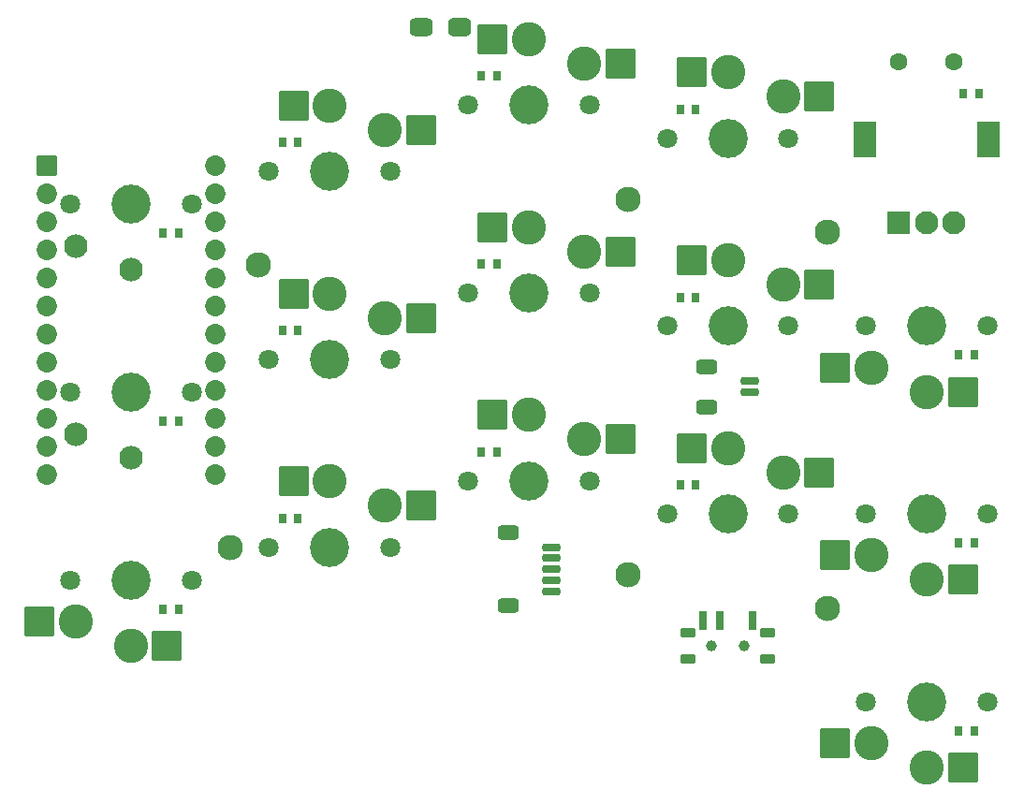
<source format=gbr>
%TF.GenerationSoftware,KiCad,Pcbnew,(7.0.0-0)*%
%TF.CreationDate,2023-02-22T17:52:08+08:00*%
%TF.ProjectId,right,72696768-742e-46b6-9963-61645f706362,v1.0.0*%
%TF.SameCoordinates,Original*%
%TF.FileFunction,Soldermask,Bot*%
%TF.FilePolarity,Negative*%
%FSLAX46Y46*%
G04 Gerber Fmt 4.6, Leading zero omitted, Abs format (unit mm)*
G04 Created by KiCad (PCBNEW (7.0.0-0)) date 2023-02-22 17:52:08*
%MOMM*%
%LPD*%
G01*
G04 APERTURE LIST*
G04 Aperture macros list*
%AMRoundRect*
0 Rectangle with rounded corners*
0 $1 Rounding radius*
0 $2 $3 $4 $5 $6 $7 $8 $9 X,Y pos of 4 corners*
0 Add a 4 corners polygon primitive as box body*
4,1,4,$2,$3,$4,$5,$6,$7,$8,$9,$2,$3,0*
0 Add four circle primitives for the rounded corners*
1,1,$1+$1,$2,$3*
1,1,$1+$1,$4,$5*
1,1,$1+$1,$6,$7*
1,1,$1+$1,$8,$9*
0 Add four rect primitives between the rounded corners*
20,1,$1+$1,$2,$3,$4,$5,0*
20,1,$1+$1,$4,$5,$6,$7,0*
20,1,$1+$1,$6,$7,$8,$9,0*
20,1,$1+$1,$8,$9,$2,$3,0*%
G04 Aperture macros list end*
%ADD10C,3.529000*%
%ADD11C,1.801800*%
%ADD12C,3.100000*%
%ADD13RoundRect,0.050000X-1.300000X-1.300000X1.300000X-1.300000X1.300000X1.300000X-1.300000X1.300000X0*%
%ADD14RoundRect,0.050000X-0.300000X-0.350000X0.300000X-0.350000X0.300000X0.350000X-0.300000X0.350000X0*%
%ADD15RoundRect,0.050000X0.300000X0.350000X-0.300000X0.350000X-0.300000X-0.350000X0.300000X-0.350000X0*%
%ADD16C,2.132000*%
%ADD17RoundRect,0.050000X1.000000X-1.000000X1.000000X1.000000X-1.000000X1.000000X-1.000000X-1.000000X0*%
%ADD18C,2.100000*%
%ADD19C,1.600000*%
%ADD20RoundRect,0.050000X1.000000X-1.600000X1.000000X1.600000X-1.000000X1.600000X-1.000000X-1.600000X0*%
%ADD21C,1.000000*%
%ADD22RoundRect,0.050000X-0.300000X0.762000X-0.300000X-0.762000X0.300000X-0.762000X0.300000X0.762000X0*%
%ADD23RoundRect,0.050000X0.600000X0.350000X-0.600000X0.350000X-0.600000X-0.350000X0.600000X-0.350000X0*%
%ADD24RoundRect,0.431000X0.619000X0.381000X-0.619000X0.381000X-0.619000X-0.381000X0.619000X-0.381000X0*%
%ADD25RoundRect,0.428000X0.622000X0.378000X-0.622000X0.378000X-0.622000X-0.378000X0.622000X-0.378000X0*%
%ADD26RoundRect,0.050000X-0.876300X0.876300X-0.876300X-0.876300X0.876300X-0.876300X0.876300X0.876300X0*%
%ADD27C,1.852600*%
%ADD28RoundRect,0.200000X0.625000X-0.150000X0.625000X0.150000X-0.625000X0.150000X-0.625000X-0.150000X0*%
%ADD29RoundRect,0.300000X0.650000X-0.350000X0.650000X0.350000X-0.650000X0.350000X-0.650000X-0.350000X0*%
%ADD30C,2.300000*%
G04 APERTURE END LIST*
D10*
%TO.C,S1*%
X72000000Y23000000D03*
D11*
X77500000Y23000000D03*
X66500000Y23000000D03*
D12*
X67000000Y19250000D03*
X72000000Y17050000D03*
D13*
X75275000Y17050000D03*
X63725000Y19250000D03*
%TD*%
D14*
%TO.C,D1*%
X74900000Y20400000D03*
X76300000Y20400000D03*
%TD*%
D10*
%TO.C,S2*%
X72000000Y6000000D03*
D11*
X77500000Y6000000D03*
X66500000Y6000000D03*
D12*
X67000000Y2250000D03*
X72000000Y50000D03*
D13*
X75275000Y50000D03*
X63725000Y2250000D03*
%TD*%
D14*
%TO.C,D2*%
X74900000Y3400000D03*
X76300000Y3400000D03*
%TD*%
D10*
%TO.C,S3*%
X72000000Y-11000000D03*
D11*
X77500000Y-11000000D03*
X66500000Y-11000000D03*
D12*
X67000000Y-14750000D03*
X72000000Y-16950000D03*
D13*
X75275000Y-16950000D03*
X63725000Y-14750000D03*
%TD*%
D14*
%TO.C,D3*%
X74900000Y-13600000D03*
X76300000Y-13600000D03*
%TD*%
D10*
%TO.C,S4*%
X54000000Y40000000D03*
D11*
X48500000Y40000000D03*
X59500000Y40000000D03*
D12*
X59000000Y43750000D03*
X54000000Y45950000D03*
D13*
X50725000Y45950000D03*
X62275000Y43750000D03*
%TD*%
D15*
%TO.C,D4*%
X51100000Y42600000D03*
X49700000Y42600000D03*
%TD*%
D10*
%TO.C,S5*%
X54000000Y23000000D03*
D11*
X48500000Y23000000D03*
X59500000Y23000000D03*
D12*
X59000000Y26750000D03*
X54000000Y28950000D03*
D13*
X50725000Y28950000D03*
X62275000Y26750000D03*
%TD*%
D15*
%TO.C,D5*%
X51100000Y25600000D03*
X49700000Y25600000D03*
%TD*%
D10*
%TO.C,S6*%
X54000000Y6000000D03*
D11*
X48500000Y6000000D03*
X59500000Y6000000D03*
D12*
X59000000Y9750000D03*
X54000000Y11950000D03*
D13*
X50725000Y11950000D03*
X62275000Y9750000D03*
%TD*%
D15*
%TO.C,D6*%
X51100000Y8600000D03*
X49700000Y8600000D03*
%TD*%
D10*
%TO.C,S7*%
X36000000Y43000000D03*
D11*
X30500000Y43000000D03*
X41500000Y43000000D03*
D12*
X41000000Y46750000D03*
X36000000Y48950000D03*
D13*
X32725000Y48950000D03*
X44275000Y46750000D03*
%TD*%
D15*
%TO.C,D7*%
X33100000Y45600000D03*
X31700000Y45600000D03*
%TD*%
D10*
%TO.C,S8*%
X36000000Y26000000D03*
D11*
X30500000Y26000000D03*
X41500000Y26000000D03*
D12*
X41000000Y29750000D03*
X36000000Y31950000D03*
D13*
X32725000Y31950000D03*
X44275000Y29750000D03*
%TD*%
D15*
%TO.C,D8*%
X33100000Y28600000D03*
X31700000Y28600000D03*
%TD*%
D10*
%TO.C,S9*%
X36000000Y9000000D03*
D11*
X30500000Y9000000D03*
X41500000Y9000000D03*
D12*
X41000000Y12750000D03*
X36000000Y14950000D03*
D13*
X32725000Y14950000D03*
X44275000Y12750000D03*
%TD*%
D15*
%TO.C,D9*%
X33100000Y11600000D03*
X31700000Y11600000D03*
%TD*%
D10*
%TO.C,S10*%
X18000000Y37000000D03*
D11*
X12500000Y37000000D03*
X23500000Y37000000D03*
D12*
X23000000Y40750000D03*
X18000000Y42950000D03*
D13*
X14725000Y42950000D03*
X26275000Y40750000D03*
%TD*%
D15*
%TO.C,D10*%
X15100000Y39600000D03*
X13700000Y39600000D03*
%TD*%
D10*
%TO.C,S11*%
X18000000Y20000000D03*
D11*
X12500000Y20000000D03*
X23500000Y20000000D03*
D12*
X23000000Y23750000D03*
X18000000Y25950000D03*
D13*
X14725000Y25950000D03*
X26275000Y23750000D03*
%TD*%
D15*
%TO.C,D11*%
X15100000Y22600000D03*
X13700000Y22600000D03*
%TD*%
D10*
%TO.C,S12*%
X18000000Y3000000D03*
D11*
X12500000Y3000000D03*
X23500000Y3000000D03*
D12*
X23000000Y6750000D03*
X18000000Y8950000D03*
D13*
X14725000Y8950000D03*
X26275000Y6750000D03*
%TD*%
D15*
%TO.C,D12*%
X15100000Y5600000D03*
X13700000Y5600000D03*
%TD*%
D10*
%TO.C,S13*%
X0Y34000000D03*
D11*
X5500000Y34000000D03*
X-5500000Y34000000D03*
D16*
X-5000000Y30200000D03*
X0Y28100000D03*
%TD*%
D14*
%TO.C,D13*%
X2900000Y31400000D03*
X4300000Y31400000D03*
%TD*%
D10*
%TO.C,S14*%
X0Y17000000D03*
D11*
X5500000Y17000000D03*
X-5500000Y17000000D03*
D16*
X-5000000Y13200000D03*
X0Y11100000D03*
%TD*%
D14*
%TO.C,D14*%
X2900000Y14400000D03*
X4300000Y14400000D03*
%TD*%
D10*
%TO.C,S15*%
X0Y0D03*
D11*
X5500000Y0D03*
X-5500000Y0D03*
D12*
X-5000000Y-3750000D03*
X0Y-5950000D03*
D13*
X3275000Y-5950000D03*
X-8275000Y-3750000D03*
%TD*%
D14*
%TO.C,D15*%
X2900000Y-2600000D03*
X4300000Y-2600000D03*
%TD*%
D17*
%TO.C,ROT1*%
X69460000Y32380000D03*
D18*
X71960000Y32380000D03*
X74460000Y32380000D03*
D19*
X69460000Y46880000D03*
X74460000Y46880000D03*
D20*
X66360000Y39880000D03*
X77560000Y39880000D03*
%TD*%
D15*
%TO.C,D16*%
X76700000Y44000000D03*
X75300000Y44000000D03*
%TD*%
D21*
%TO.C,SS1*%
X55500000Y-5930000D03*
X52500000Y-5930000D03*
D22*
X56250000Y-3680000D03*
X53250000Y-3680000D03*
X51750000Y-3680000D03*
D23*
X57600000Y-7080000D03*
X57600000Y-4780000D03*
X50400000Y-7080000D03*
X50400000Y-4780000D03*
%TD*%
D24*
%TO.C,SB1*%
X29750000Y50000000D03*
D25*
X26250000Y50000000D03*
%TD*%
D26*
%TO.C,MCU1*%
X-7620000Y37470000D03*
D27*
X-7620000Y34930000D03*
X-7620000Y32390000D03*
X-7620000Y29850000D03*
X-7620000Y27310000D03*
X-7620000Y24770000D03*
X-7620000Y22230000D03*
X-7620000Y19690000D03*
X-7620000Y17150000D03*
X-7620000Y14610000D03*
X-7620000Y12070000D03*
X-7620000Y9530000D03*
X7620000Y37470000D03*
X7620000Y34930000D03*
X7620000Y32390000D03*
X7620000Y29850000D03*
X7620000Y27310000D03*
X7620000Y24770000D03*
X7620000Y22230000D03*
X7620000Y19690000D03*
X7620000Y17150000D03*
X7620000Y14610000D03*
X7620000Y12070000D03*
X7620000Y9530000D03*
%TD*%
D28*
%TO.C,JB1*%
X56000000Y18000000D03*
X56000000Y17000000D03*
D29*
X52125000Y19300000D03*
X52125000Y15700000D03*
%TD*%
D28*
%TO.C,JC1*%
X38000000Y3000000D03*
X38000000Y2000000D03*
X38000000Y1000000D03*
X38000000Y0D03*
X38000000Y-1000000D03*
D29*
X34125000Y-2300000D03*
X34125000Y4300000D03*
%TD*%
D30*
%TO.C,H1*%
X63000000Y-2500000D03*
%TD*%
%TO.C,H2*%
X63000000Y31500000D03*
%TD*%
%TO.C,H3*%
X45000000Y500000D03*
%TD*%
%TO.C,H4*%
X45000000Y34500000D03*
%TD*%
%TO.C,H5*%
X9000000Y3000000D03*
%TD*%
%TO.C,H6*%
X11500000Y28500000D03*
%TD*%
M02*

</source>
